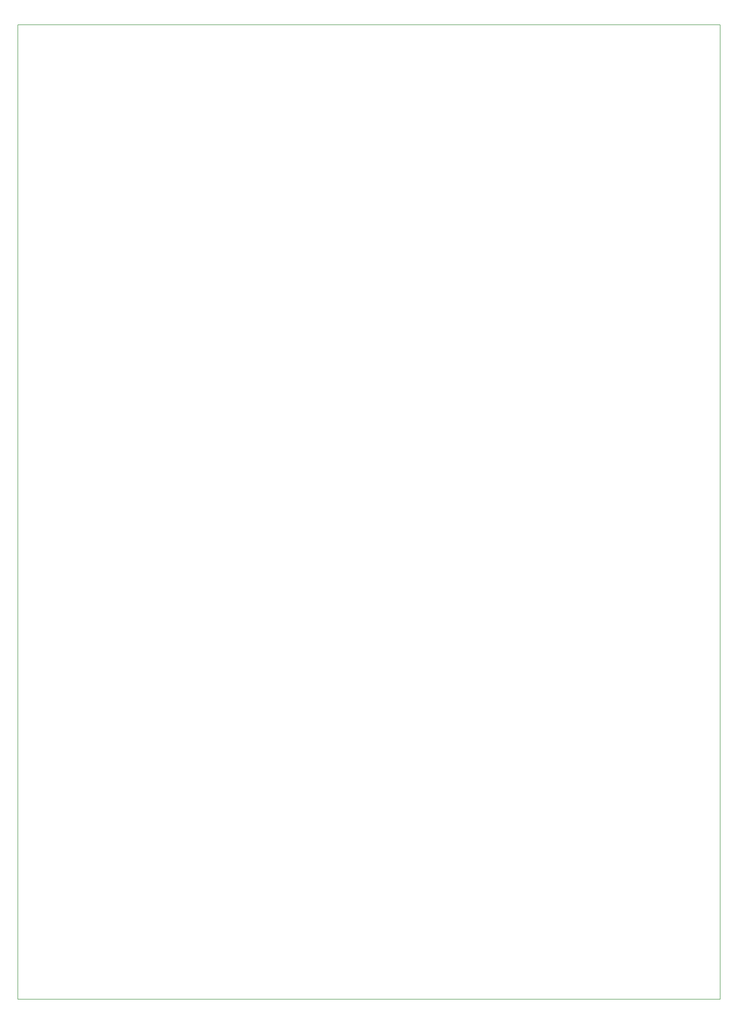
<source format=gbr>
G04 #@! TF.GenerationSoftware,KiCad,Pcbnew,(5.1.6)-1*
G04 #@! TF.CreationDate,2022-05-04T19:11:15-05:00*
G04 #@! TF.ProjectId,stripline_anode,73747269-706c-4696-9e65-5f616e6f6465,1a*
G04 #@! TF.SameCoordinates,Original*
G04 #@! TF.FileFunction,Profile,NP*
%FSLAX46Y46*%
G04 Gerber Fmt 4.6, Leading zero omitted, Abs format (unit mm)*
G04 Created by KiCad (PCBNEW (5.1.6)-1) date 2022-05-04 19:11:15*
%MOMM*%
%LPD*%
G01*
G04 APERTURE LIST*
G04 #@! TA.AperFunction,Profile*
%ADD10C,0.200000*%
G04 #@! TD*
G04 APERTURE END LIST*
D10*
X-120003707Y166528000D02*
X-120003707Y-166528000D01*
X119996293Y-166528000D02*
X119996293Y166528000D01*
X-120003707Y-166528000D02*
X119996293Y-166528000D01*
X-120003707Y166528000D02*
X119996293Y166528000D01*
M02*

</source>
